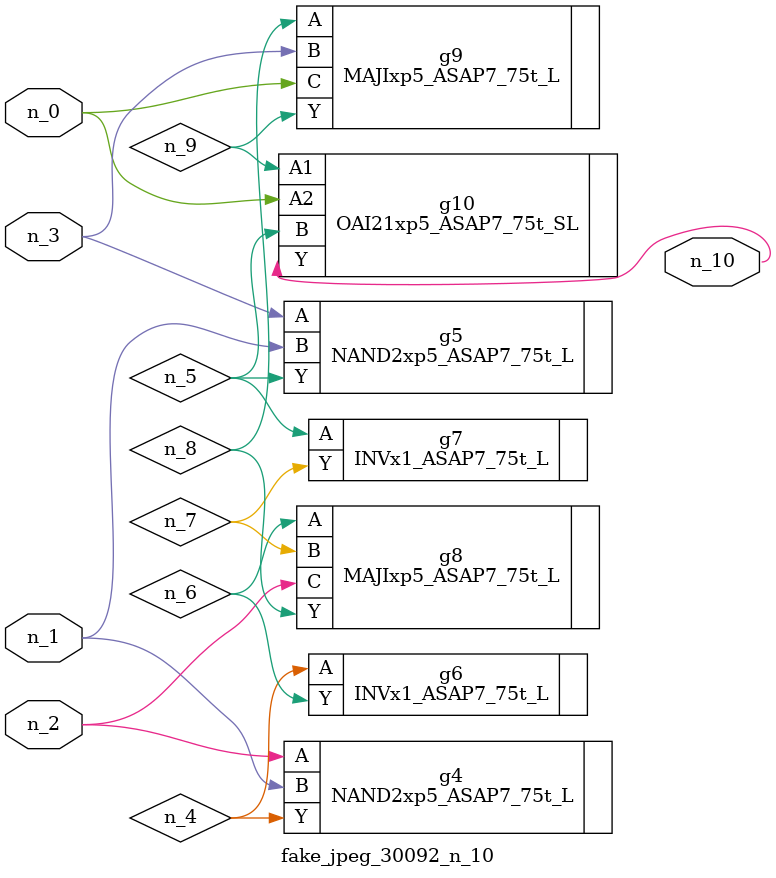
<source format=v>
module fake_jpeg_30092_n_10 (n_0, n_3, n_2, n_1, n_10);

input n_0;
input n_3;
input n_2;
input n_1;

output n_10;

wire n_4;
wire n_8;
wire n_9;
wire n_6;
wire n_5;
wire n_7;

NAND2xp5_ASAP7_75t_L g4 ( 
.A(n_2),
.B(n_1),
.Y(n_4)
);

NAND2xp5_ASAP7_75t_L g5 ( 
.A(n_3),
.B(n_1),
.Y(n_5)
);

INVx1_ASAP7_75t_L g6 ( 
.A(n_4),
.Y(n_6)
);

MAJIxp5_ASAP7_75t_L g8 ( 
.A(n_6),
.B(n_7),
.C(n_2),
.Y(n_8)
);

INVx1_ASAP7_75t_L g7 ( 
.A(n_5),
.Y(n_7)
);

MAJIxp5_ASAP7_75t_L g9 ( 
.A(n_8),
.B(n_3),
.C(n_0),
.Y(n_9)
);

OAI21xp5_ASAP7_75t_SL g10 ( 
.A1(n_9),
.A2(n_0),
.B(n_5),
.Y(n_10)
);


endmodule
</source>
